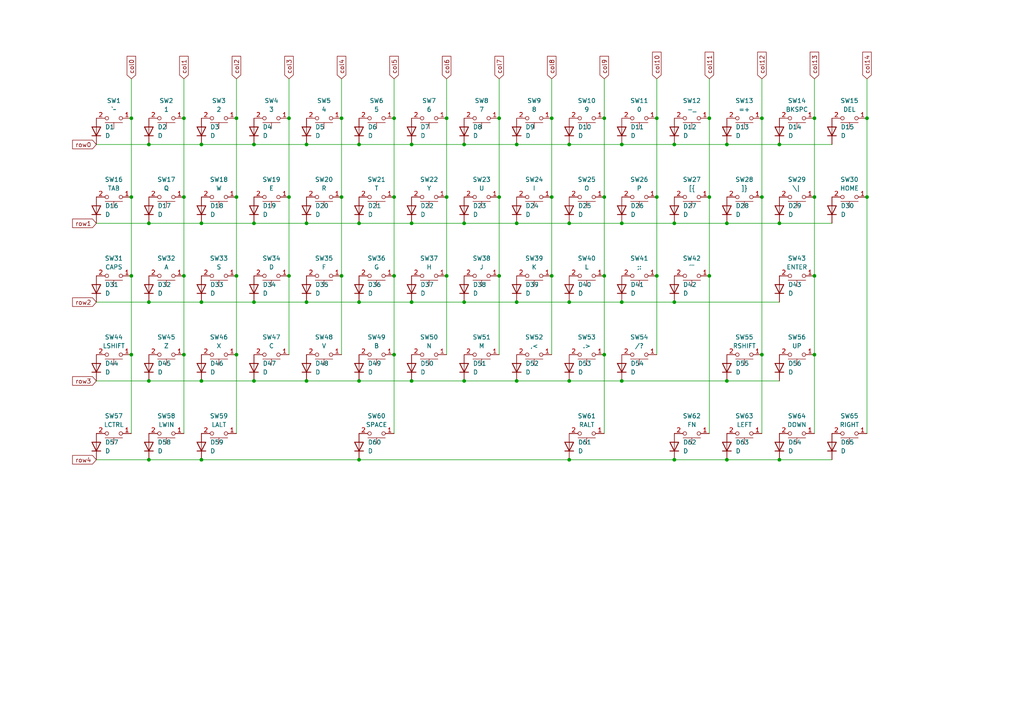
<source format=kicad_sch>
(kicad_sch (version 20211123) (generator eeschema)
  (paper "A4")
  (lib_symbols
    (symbol "Device:D" (pin_numbers hide) (pin_names (offset 1.016) hide)
      (property "Reference" "D" (at 0 2.54 0))
      (property "Value" "D" (at 0 -2.54 0))
      (symbol "D_0_1"
        (polyline (pts (xy -1.27 1.27) (xy -1.27 -1.27)) (stroke (width 0.254)))
        (polyline (pts (xy 1.27 0) (xy -1.27 0)))
        (polyline (pts (xy 1.27 1.27) (xy 1.27 -1.27) (xy -1.27 0) (xy 1.27 1.27)) (stroke (width 0.254)))
      )
      (symbol "D_1_1"
        (pin passive line (at -3.81 0 0) (length 2.54) (name "K") (number "1"))
        (pin passive line (at 3.81 0 180) (length 2.54) (name "A") (number "2"))
      )
    )
    (symbol "Switch:SW_Push" (pin_names (offset 1.016) hide)
      (property "Reference" "SW" (at 1.27 2.54 0))
      (property "Value" "SW_Push" (at 0 -1.524 0))
      (symbol "SW_Push_0_1"
        (circle (center -2.032 0) (radius 0.508))
        (polyline (pts (xy 0 1.27) (xy 0 3.048)))
        (polyline (pts (xy 2.54 1.27) (xy -2.54 1.27)))
        (circle (center 2.032 0) (radius 0.508))
        (pin passive line (at -5.08 0 0) (length 2.54) (name "1") (number "1"))
        (pin passive line (at 5.08 0 180) (length 2.54) (name "2") (number "2"))
      )
    )
  )
  (junction (at 175.26 34.29))
  (junction (at 160.02 80.01))
  (junction (at 134.62 110.49))
  (junction (at 180.34 64.77))
  (junction (at 210.82 64.77))
  (junction (at 88.9 110.49))
  (junction (at 38.1 57.15))
  (junction (at 38.1 34.29))
  (junction (at 104.14 110.49))
  (junction (at 165.1 133.35))
  (junction (at 43.18 41.91))
  (junction (at 83.82 34.29))
  (junction (at 236.22 80.01))
  (junction (at 68.58 80.01))
  (junction (at 165.1 41.91))
  (junction (at 114.3 34.29))
  (junction (at 190.5 34.29))
  (junction (at 220.98 102.87))
  (junction (at 236.22 57.15))
  (junction (at 205.74 34.29))
  (junction (at 73.66 41.91))
  (junction (at 149.86 41.91))
  (junction (at 99.06 80.01))
  (junction (at 73.66 64.77))
  (junction (at 149.86 64.77))
  (junction (at 53.34 57.15))
  (junction (at 175.26 102.87))
  (junction (at 88.9 87.63))
  (junction (at 180.34 87.63))
  (junction (at 53.34 102.87))
  (junction (at 165.1 110.49))
  (junction (at 175.26 57.15))
  (junction (at 88.9 64.77))
  (junction (at 119.38 110.49))
  (junction (at 83.82 80.01))
  (junction (at 190.5 80.01))
  (junction (at 195.58 87.63))
  (junction (at 236.22 34.29))
  (junction (at 38.1 80.01))
  (junction (at 58.42 133.35))
  (junction (at 114.3 57.15))
  (junction (at 58.42 41.91))
  (junction (at 68.58 57.15))
  (junction (at 104.14 87.63))
  (junction (at 160.02 57.15))
  (junction (at 149.86 87.63))
  (junction (at 195.58 64.77))
  (junction (at 220.98 57.15))
  (junction (at 119.38 64.77))
  (junction (at 160.02 34.29))
  (junction (at 226.06 41.91))
  (junction (at 68.58 34.29))
  (junction (at 220.98 34.29))
  (junction (at 43.18 64.77))
  (junction (at 251.46 34.29))
  (junction (at 99.06 57.15))
  (junction (at 73.66 110.49))
  (junction (at 43.18 87.63))
  (junction (at 114.3 102.87))
  (junction (at 38.1 102.87))
  (junction (at 251.46 57.15))
  (junction (at 144.78 80.01))
  (junction (at 144.78 34.29))
  (junction (at 53.34 80.01))
  (junction (at 180.34 41.91))
  (junction (at 58.42 110.49))
  (junction (at 119.38 87.63))
  (junction (at 99.06 34.29))
  (junction (at 175.26 80.01))
  (junction (at 53.34 34.29))
  (junction (at 104.14 64.77))
  (junction (at 210.82 41.91))
  (junction (at 104.14 133.35))
  (junction (at 205.74 80.01))
  (junction (at 180.34 110.49))
  (junction (at 129.54 80.01))
  (junction (at 114.3 80.01))
  (junction (at 210.82 110.49))
  (junction (at 190.5 57.15))
  (junction (at 144.78 57.15))
  (junction (at 88.9 41.91))
  (junction (at 129.54 57.15))
  (junction (at 43.18 133.35))
  (junction (at 226.06 133.35))
  (junction (at 226.06 64.77))
  (junction (at 68.58 102.87))
  (junction (at 210.82 133.35))
  (junction (at 58.42 87.63))
  (junction (at 205.74 57.15))
  (junction (at 236.22 102.87))
  (junction (at 83.82 57.15))
  (junction (at 134.62 41.91))
  (junction (at 104.14 41.91))
  (junction (at 195.58 133.35))
  (junction (at 165.1 87.63))
  (junction (at 73.66 87.63))
  (junction (at 165.1 64.77))
  (junction (at 134.62 87.63))
  (junction (at 43.18 110.49))
  (junction (at 195.58 41.91))
  (junction (at 119.38 41.91))
  (junction (at 149.86 110.49))
  (junction (at 134.62 64.77))
  (junction (at 129.54 34.29))
  (junction (at 58.42 64.77))
  (wire (pts (xy 134.62 64.77) (xy 149.86 64.77)))
  (wire (pts (xy 68.58 34.29) (xy 68.58 57.15)))
  (wire (pts (xy 205.74 57.15) (xy 205.74 80.01)))
  (wire (pts (xy 119.38 41.91) (xy 134.62 41.91)))
  (wire (pts (xy 104.14 41.91) (xy 119.38 41.91)))
  (wire (pts (xy 27.94 41.91) (xy 43.18 41.91)))
  (wire (pts (xy 165.1 41.91) (xy 180.34 41.91)))
  (wire (pts (xy 195.58 41.91) (xy 210.82 41.91)))
  (wire (pts (xy 83.82 34.29) (xy 83.82 57.15)))
  (wire (pts (xy 53.34 102.87) (xy 53.34 125.73)))
  (wire (pts (xy 160.02 22.86) (xy 160.02 34.29)))
  (wire (pts (xy 226.06 64.77) (xy 241.3 64.77)))
  (wire (pts (xy 43.18 110.49) (xy 58.42 110.49)))
  (wire (pts (xy 99.06 22.86) (xy 99.06 34.29)))
  (wire (pts (xy 119.38 87.63) (xy 134.62 87.63)))
  (wire (pts (xy 190.5 80.01) (xy 190.5 102.87)))
  (wire (pts (xy 195.58 87.63) (xy 226.06 87.63)))
  (wire (pts (xy 165.1 133.35) (xy 195.58 133.35)))
  (wire (pts (xy 149.86 64.77) (xy 165.1 64.77)))
  (wire (pts (xy 149.86 87.63) (xy 165.1 87.63)))
  (wire (pts (xy 68.58 22.86) (xy 68.58 34.29)))
  (wire (pts (xy 114.3 80.01) (xy 114.3 102.87)))
  (wire (pts (xy 195.58 64.77) (xy 210.82 64.77)))
  (wire (pts (xy 43.18 64.77) (xy 58.42 64.77)))
  (wire (pts (xy 43.18 87.63) (xy 58.42 87.63)))
  (wire (pts (xy 149.86 41.91) (xy 165.1 41.91)))
  (wire (pts (xy 160.02 80.01) (xy 160.02 102.87)))
  (wire (pts (xy 27.94 87.63) (xy 43.18 87.63)))
  (wire (pts (xy 210.82 110.49) (xy 226.06 110.49)))
  (wire (pts (xy 251.46 57.15) (xy 251.46 125.73)))
  (wire (pts (xy 99.06 57.15) (xy 99.06 80.01)))
  (wire (pts (xy 175.26 80.01) (xy 175.26 102.87)))
  (wire (pts (xy 160.02 57.15) (xy 160.02 80.01)))
  (wire (pts (xy 73.66 110.49) (xy 88.9 110.49)))
  (wire (pts (xy 180.34 87.63) (xy 195.58 87.63)))
  (wire (pts (xy 119.38 64.77) (xy 134.62 64.77)))
  (wire (pts (xy 58.42 87.63) (xy 73.66 87.63)))
  (wire (pts (xy 53.34 22.86) (xy 53.34 34.29)))
  (wire (pts (xy 88.9 64.77) (xy 104.14 64.77)))
  (wire (pts (xy 190.5 22.86) (xy 190.5 34.29)))
  (wire (pts (xy 175.26 102.87) (xy 175.26 125.73)))
  (wire (pts (xy 175.26 34.29) (xy 175.26 57.15)))
  (wire (pts (xy 73.66 64.77) (xy 88.9 64.77)))
  (wire (pts (xy 134.62 41.91) (xy 149.86 41.91)))
  (wire (pts (xy 88.9 41.91) (xy 104.14 41.91)))
  (wire (pts (xy 58.42 110.49) (xy 73.66 110.49)))
  (wire (pts (xy 251.46 22.86) (xy 251.46 34.29)))
  (wire (pts (xy 38.1 102.87) (xy 38.1 125.73)))
  (wire (pts (xy 83.82 80.01) (xy 83.82 102.87)))
  (wire (pts (xy 144.78 22.86) (xy 144.78 34.29)))
  (wire (pts (xy 68.58 102.87) (xy 68.58 125.73)))
  (wire (pts (xy 190.5 34.29) (xy 190.5 57.15)))
  (wire (pts (xy 38.1 80.01) (xy 38.1 102.87)))
  (wire (pts (xy 73.66 87.63) (xy 88.9 87.63)))
  (wire (pts (xy 43.18 41.91) (xy 58.42 41.91)))
  (wire (pts (xy 73.66 41.91) (xy 88.9 41.91)))
  (wire (pts (xy 210.82 133.35) (xy 226.06 133.35)))
  (wire (pts (xy 114.3 57.15) (xy 114.3 80.01)))
  (wire (pts (xy 53.34 34.29) (xy 53.34 57.15)))
  (wire (pts (xy 205.74 22.86) (xy 205.74 34.29)))
  (wire (pts (xy 27.94 64.77) (xy 43.18 64.77)))
  (wire (pts (xy 58.42 64.77) (xy 73.66 64.77)))
  (wire (pts (xy 144.78 80.01) (xy 144.78 102.87)))
  (wire (pts (xy 149.86 110.49) (xy 165.1 110.49)))
  (wire (pts (xy 53.34 80.01) (xy 53.34 102.87)))
  (wire (pts (xy 180.34 41.91) (xy 195.58 41.91)))
  (wire (pts (xy 38.1 22.86) (xy 38.1 34.29)))
  (wire (pts (xy 160.02 34.29) (xy 160.02 57.15)))
  (wire (pts (xy 236.22 80.01) (xy 236.22 102.87)))
  (wire (pts (xy 180.34 110.49) (xy 210.82 110.49)))
  (wire (pts (xy 144.78 34.29) (xy 144.78 57.15)))
  (wire (pts (xy 195.58 133.35) (xy 210.82 133.35)))
  (wire (pts (xy 175.26 57.15) (xy 175.26 80.01)))
  (wire (pts (xy 236.22 57.15) (xy 236.22 80.01)))
  (wire (pts (xy 251.46 34.29) (xy 251.46 57.15)))
  (wire (pts (xy 88.9 110.49) (xy 104.14 110.49)))
  (wire (pts (xy 180.34 64.77) (xy 195.58 64.77)))
  (wire (pts (xy 226.06 41.91) (xy 241.3 41.91)))
  (wire (pts (xy 43.18 133.35) (xy 58.42 133.35)))
  (wire (pts (xy 104.14 110.49) (xy 119.38 110.49)))
  (wire (pts (xy 38.1 34.29) (xy 38.1 57.15)))
  (wire (pts (xy 165.1 110.49) (xy 180.34 110.49)))
  (wire (pts (xy 129.54 57.15) (xy 129.54 80.01)))
  (wire (pts (xy 210.82 41.91) (xy 226.06 41.91)))
  (wire (pts (xy 27.94 133.35) (xy 43.18 133.35)))
  (wire (pts (xy 236.22 22.86) (xy 236.22 34.29)))
  (wire (pts (xy 88.9 87.63) (xy 104.14 87.63)))
  (wire (pts (xy 134.62 110.49) (xy 149.86 110.49)))
  (wire (pts (xy 68.58 80.01) (xy 68.58 102.87)))
  (wire (pts (xy 38.1 57.15) (xy 38.1 80.01)))
  (wire (pts (xy 114.3 102.87) (xy 114.3 125.73)))
  (wire (pts (xy 205.74 80.01) (xy 205.74 125.73)))
  (wire (pts (xy 175.26 22.86) (xy 175.26 34.29)))
  (wire (pts (xy 205.74 34.29) (xy 205.74 57.15)))
  (wire (pts (xy 236.22 102.87) (xy 236.22 125.73)))
  (wire (pts (xy 104.14 133.35) (xy 165.1 133.35)))
  (wire (pts (xy 104.14 87.63) (xy 119.38 87.63)))
  (wire (pts (xy 134.62 87.63) (xy 149.86 87.63)))
  (wire (pts (xy 220.98 34.29) (xy 220.98 57.15)))
  (wire (pts (xy 129.54 80.01) (xy 129.54 102.87)))
  (wire (pts (xy 165.1 87.63) (xy 180.34 87.63)))
  (wire (pts (xy 114.3 22.86) (xy 114.3 34.29)))
  (wire (pts (xy 190.5 57.15) (xy 190.5 80.01)))
  (wire (pts (xy 226.06 133.35) (xy 241.3 133.35)))
  (wire (pts (xy 220.98 57.15) (xy 220.98 102.87)))
  (wire (pts (xy 58.42 41.91) (xy 73.66 41.91)))
  (wire (pts (xy 68.58 57.15) (xy 68.58 80.01)))
  (wire (pts (xy 220.98 102.87) (xy 220.98 125.73)))
  (wire (pts (xy 144.78 57.15) (xy 144.78 80.01)))
  (wire (pts (xy 129.54 34.29) (xy 129.54 57.15)))
  (wire (pts (xy 165.1 64.77) (xy 180.34 64.77)))
  (wire (pts (xy 53.34 57.15) (xy 53.34 80.01)))
  (wire (pts (xy 236.22 34.29) (xy 236.22 57.15)))
  (wire (pts (xy 220.98 22.86) (xy 220.98 34.29)))
  (wire (pts (xy 27.94 110.49) (xy 43.18 110.49)))
  (wire (pts (xy 114.3 34.29) (xy 114.3 57.15)))
  (wire (pts (xy 99.06 80.01) (xy 99.06 102.87)))
  (wire (pts (xy 58.42 133.35) (xy 104.14 133.35)))
  (wire (pts (xy 83.82 57.15) (xy 83.82 80.01)))
  (wire (pts (xy 99.06 34.29) (xy 99.06 57.15)))
  (wire (pts (xy 83.82 22.86) (xy 83.82 34.29)))
  (wire (pts (xy 129.54 22.86) (xy 129.54 34.29)))
  (wire (pts (xy 119.38 110.49) (xy 134.62 110.49)))
  (wire (pts (xy 210.82 64.77) (xy 226.06 64.77)))
  (wire (pts (xy 104.14 64.77) (xy 119.38 64.77)))
  (global_label "col12" (shape input) (at 220.98 22.86 90) (property "Intersheet References" "${INTERSHEET_REFS}" (effects hide)))
  (global_label "row4" (shape input) (at 27.94 133.35 180) (property "Intersheet References" "${INTERSHEET_REFS}" (effects hide)))
  (global_label "row2" (shape input) (at 27.94 87.63 180) (property "Intersheet References" "${INTERSHEET_REFS}" (effects hide)))
  (global_label "col7" (shape input) (at 144.78 22.86 90) (property "Intersheet References" "${INTERSHEET_REFS}" (effects hide)))
  (global_label "row1" (shape input) (at 27.94 64.77 180) (property "Intersheet References" "${INTERSHEET_REFS}" (effects hide)))
  (global_label "col3" (shape input) (at 83.82 22.86 90) (property "Intersheet References" "${INTERSHEET_REFS}" (effects hide)))
  (global_label "col1" (shape input) (at 53.34 22.86 90) (property "Intersheet References" "${INTERSHEET_REFS}" (effects hide)))
  (global_label "col10" (shape input) (at 190.5 22.86 90) (property "Intersheet References" "${INTERSHEET_REFS}" (effects hide)))
  (global_label "row0" (shape input) (at 27.94 41.91 180) (property "Intersheet References" "${INTERSHEET_REFS}" (effects hide)))
  (global_label "col0" (shape input) (at 38.1 22.86 90) (property "Intersheet References" "${INTERSHEET_REFS}" (effects hide)))
  (global_label "col14" (shape input) (at 251.46 22.86 90) (property "Intersheet References" "${INTERSHEET_REFS}" (effects hide)))
  (global_label "col4" (shape input) (at 99.06 22.86 90) (property "Intersheet References" "${INTERSHEET_REFS}" (effects hide)))
  (global_label "row3" (shape input) (at 27.94 110.49 180) (property "Intersheet References" "${INTERSHEET_REFS}" (effects hide)))
  (global_label "col2" (shape input) (at 68.58 22.86 90) (property "Intersheet References" "${INTERSHEET_REFS}" (effects hide)))
  (global_label "col8" (shape input) (at 160.02 22.86 90) (property "Intersheet References" "${INTERSHEET_REFS}" (effects hide)))
  (global_label "col9" (shape input) (at 175.26 22.86 90) (property "Intersheet References" "${INTERSHEET_REFS}" (effects hide)))
  (global_label "col13" (shape input) (at 236.22 22.86 90) (property "Intersheet References" "${INTERSHEET_REFS}" (effects hide)))
  (global_label "col5" (shape input) (at 114.3 22.86 90) (property "Intersheet References" "${INTERSHEET_REFS}" (effects hide)))
  (global_label "col6" (shape input) (at 129.54 22.86 90) (property "Intersheet References" "${INTERSHEET_REFS}" (effects hide)))
  (global_label "col11" (shape input) (at 205.74 22.86 90) (property "Intersheet References" "${INTERSHEET_REFS}" (effects hide)))
  (symbol (lib_id "Device:D") (at 210.82 38.1 90) (unit 1)
    (property "Reference" "D13" (at 213.36 36.8299 90) (effects (justify right)))
    (property "Value" "D" (at 213.36 39.3699 90) (effects (justify right)))
    (property "Footprint" "Diode_SMD:D_SOD-123" (effects hide))
  )
  (symbol (lib_id "Device:D") (at 195.58 38.1 90) (unit 1)
    (property "Reference" "D12" (at 198.12 36.8299 90) (effects (justify right)))
    (property "Value" "D" (at 198.12 39.3699 90) (effects (justify right)))
    (property "Footprint" "Diode_SMD:D_SOD-123" (effects hide))
  )
  (symbol (lib_id "Switch:SW_Push") (at 63.5 125.73 180) (unit 1)
    (property "Reference" "SW59" (at 63.5 120.65 0))
    (property "Value" "LALT" (at 63.5 123.19 0))
    (property "Footprint" "MX_Only:MXOnly-1.25U" (effects hide))
  )
  (symbol (lib_id "Device:D") (at 73.66 38.1 90) (unit 1)
    (property "Reference" "D4" (at 76.2 36.8299 90) (effects (justify right)))
    (property "Value" "D" (at 76.2 39.3699 90) (effects (justify right)))
    (property "Footprint" "Diode_SMD:D_SOD-123" (effects hide))
  )
  (symbol (lib_id "Switch:SW_Push") (at 185.42 34.29 180) (unit 1)
    (property "Reference" "SW11" (at 185.42 29.21 0))
    (property "Value" "0" (at 185.42 31.75 0))
    (property "Footprint" "MX_Only:MXOnly-1U" (effects hide))
  )
  (symbol (lib_id "Device:D") (at 58.42 106.68 90) (unit 1)
    (property "Reference" "D46" (at 60.96 105.4099 90) (effects (justify right)))
    (property "Value" "D" (at 60.96 107.9499 90) (effects (justify right)))
    (property "Footprint" "Diode_SMD:D_SOD-123" (effects hide))
  )
  (symbol (lib_id "Device:D") (at 226.06 106.68 90) (unit 1)
    (property "Reference" "D56" (at 228.6 105.4099 90) (effects (justify right)))
    (property "Value" "D" (at 228.6 107.9499 90) (effects (justify right)))
    (property "Footprint" "Diode_SMD:D_SOD-123" (effects hide))
  )
  (symbol (lib_id "Device:D") (at 119.38 83.82 90) (unit 1)
    (property "Reference" "D37" (at 121.92 82.5499 90) (effects (justify right)))
    (property "Value" "D" (at 121.92 85.0899 90) (effects (justify right)))
    (property "Footprint" "Diode_SMD:D_SOD-123" (effects hide))
  )
  (symbol (lib_id "Switch:SW_Push") (at 124.46 34.29 180) (unit 1)
    (property "Reference" "SW7" (at 124.46 29.21 0))
    (property "Value" "6" (at 124.46 31.75 0))
    (property "Footprint" "MX_Only:MXOnly-1U" (effects hide))
  )
  (symbol (lib_id "Device:D") (at 58.42 83.82 90) (unit 1)
    (property "Reference" "D33" (at 60.96 82.5499 90) (effects (justify right)))
    (property "Value" "D" (at 60.96 85.0899 90) (effects (justify right)))
    (property "Footprint" "Diode_SMD:D_SOD-123" (effects hide))
  )
  (symbol (lib_id "Device:D") (at 134.62 106.68 90) (unit 1)
    (property "Reference" "D51" (at 137.16 105.4099 90) (effects (justify right)))
    (property "Value" "D" (at 137.16 107.9499 90) (effects (justify right)))
    (property "Footprint" "Diode_SMD:D_SOD-123" (effects hide))
  )
  (symbol (lib_id "Device:D") (at 180.34 83.82 90) (unit 1)
    (property "Reference" "D41" (at 182.88 82.5499 90) (effects (justify right)))
    (property "Value" "D" (at 182.88 85.0899 90) (effects (justify right)))
    (property "Footprint" "Diode_SMD:D_SOD-123" (effects hide))
  )
  (symbol (lib_id "Device:D") (at 226.06 83.82 90) (unit 1)
    (property "Reference" "D43" (at 228.6 82.5499 90) (effects (justify right)))
    (property "Value" "D" (at 228.6 85.0899 90) (effects (justify right)))
    (property "Footprint" "Diode_SMD:D_SOD-123" (effects hide))
  )
  (symbol (lib_id "Device:D") (at 104.14 38.1 90) (unit 1)
    (property "Reference" "D6" (at 106.68 36.8299 90) (effects (justify right)))
    (property "Value" "D" (at 106.68 39.3699 90) (effects (justify right)))
    (property "Footprint" "Diode_SMD:D_SOD-123" (effects hide))
  )
  (symbol (lib_id "Switch:SW_Push") (at 109.22 102.87 180) (unit 1)
    (property "Reference" "SW49" (at 109.22 97.79 0))
    (property "Value" "B" (at 109.22 100.33 0))
    (property "Footprint" "MX_Only:MXOnly-1U" (effects hide))
  )
  (symbol (lib_id "Switch:SW_Push") (at 139.7 80.01 180) (unit 1)
    (property "Reference" "SW38" (at 139.7 74.93 0))
    (property "Value" "J" (at 139.7 77.47 0))
    (property "Footprint" "MX_Only:MXOnly-1U" (effects hide))
  )
  (symbol (lib_id "Switch:SW_Push") (at 215.9 57.15 180) (unit 1)
    (property "Reference" "SW28" (at 215.9 52.07 0))
    (property "Value" "]}" (at 215.9 54.61 0))
    (property "Footprint" "MX_Only:MXOnly-1U" (effects hide))
  )
  (symbol (lib_id "Switch:SW_Push") (at 246.38 125.73 180) (unit 1)
    (property "Reference" "SW65" (at 246.38 120.65 0))
    (property "Value" "RIGHT" (at 246.38 123.19 0))
    (property "Footprint" "MX_Only:MXOnly-1U" (effects hide))
  )
  (symbol (lib_id "Device:D") (at 149.86 83.82 90) (unit 1)
    (property "Reference" "D39" (at 152.4 82.5499 90) (effects (justify right)))
    (property "Value" "D" (at 152.4 85.0899 90) (effects (justify right)))
    (property "Footprint" "Diode_SMD:D_SOD-123" (effects hide))
  )
  (symbol (lib_id "Switch:SW_Push") (at 63.5 34.29 180) (unit 1)
    (property "Reference" "SW3" (at 63.5 29.21 0))
    (property "Value" "2" (at 63.5 31.75 0))
    (property "Footprint" "MX_Only:MXOnly-1U" (effects hide))
  )
  (symbol (lib_id "Switch:SW_Push") (at 170.18 57.15 180) (unit 1)
    (property "Reference" "SW25" (at 170.18 52.07 0))
    (property "Value" "O" (at 170.18 54.61 0))
    (property "Footprint" "MX_Only:MXOnly-1U" (effects hide))
  )
  (symbol (lib_id "Device:D") (at 27.94 83.82 90) (unit 1)
    (property "Reference" "D31" (at 30.48 82.5499 90) (effects (justify right)))
    (property "Value" "D" (at 30.48 85.0899 90) (effects (justify right)))
    (property "Footprint" "Diode_SMD:D_SOD-123" (effects hide))
  )
  (symbol (lib_id "Switch:SW_Push") (at 48.26 80.01 180) (unit 1)
    (property "Reference" "SW32" (at 48.26 74.93 0))
    (property "Value" "A" (at 48.26 77.47 0))
    (property "Footprint" "MX_Only:MXOnly-1U" (effects hide))
  )
  (symbol (lib_id "Switch:SW_Push") (at 185.42 57.15 180) (unit 1)
    (property "Reference" "SW26" (at 185.42 52.07 0))
    (property "Value" "P" (at 185.42 54.61 0))
    (property "Footprint" "MX_Only:MXOnly-1U" (effects hide))
  )
  (symbol (lib_id "Device:D") (at 27.94 38.1 90) (unit 1)
    (property "Reference" "D1" (at 30.48 36.8299 90) (effects (justify right)))
    (property "Value" "D" (at 30.48 39.3699 90) (effects (justify right)))
    (property "Footprint" "Diode_SMD:D_SOD-123" (effects hide))
  )
  (symbol (lib_id "Device:D") (at 165.1 83.82 90) (unit 1)
    (property "Reference" "D40" (at 167.64 82.5499 90) (effects (justify right)))
    (property "Value" "D" (at 167.64 85.0899 90) (effects (justify right)))
    (property "Footprint" "Diode_SMD:D_SOD-123" (effects hide))
  )
  (symbol (lib_id "Device:D") (at 195.58 60.96 90) (unit 1)
    (property "Reference" "D27" (at 198.12 59.6899 90) (effects (justify right)))
    (property "Value" "D" (at 198.12 62.2299 90) (effects (justify right)))
    (property "Footprint" "Diode_SMD:D_SOD-123" (effects hide))
  )
  (symbol (lib_id "Device:D") (at 241.3 60.96 90) (unit 1)
    (property "Reference" "D30" (at 243.84 59.6899 90) (effects (justify right)))
    (property "Value" "D" (at 243.84 62.2299 90) (effects (justify right)))
    (property "Footprint" "Diode_SMD:D_SOD-123" (effects hide))
  )
  (symbol (lib_id "Switch:SW_Push") (at 200.66 125.73 180) (unit 1)
    (property "Reference" "SW62" (at 200.66 120.65 0))
    (property "Value" "FN" (at 200.66 123.19 0))
    (property "Footprint" "MX_Only:MXOnly-1.25U" (effects hide))
  )
  (symbol (lib_id "Switch:SW_Push") (at 78.74 80.01 180) (unit 1)
    (property "Reference" "SW34" (at 78.74 74.93 0))
    (property "Value" "D" (at 78.74 77.47 0))
    (property "Footprint" "MX_Only:MXOnly-1U" (effects hide))
  )
  (symbol (lib_id "Device:D") (at 88.9 83.82 90) (unit 1)
    (property "Reference" "D35" (at 91.44 82.5499 90) (effects (justify right)))
    (property "Value" "D" (at 91.44 85.0899 90) (effects (justify right)))
    (property "Footprint" "Diode_SMD:D_SOD-123" (effects hide))
  )
  (symbol (lib_id "Device:D") (at 210.82 106.68 90) (unit 1)
    (property "Reference" "D55" (at 213.36 105.4099 90) (effects (justify right)))
    (property "Value" "D" (at 213.36 107.9499 90) (effects (justify right)))
    (property "Footprint" "Diode_SMD:D_SOD-123" (effects hide))
  )
  (symbol (lib_id "Device:D") (at 180.34 38.1 90) (unit 1)
    (property "Reference" "D11" (at 182.88 36.8299 90) (effects (justify right)))
    (property "Value" "D" (at 182.88 39.3699 90) (effects (justify right)))
    (property "Footprint" "Diode_SMD:D_SOD-123" (effects hide))
  )
  (symbol (lib_id "Device:D") (at 149.86 106.68 90) (unit 1)
    (property "Reference" "D52" (at 152.4 105.4099 90) (effects (justify right)))
    (property "Value" "D" (at 152.4 107.9499 90) (effects (justify right)))
    (property "Footprint" "Diode_SMD:D_SOD-123" (effects hide))
  )
  (symbol (lib_id "Switch:SW_Push") (at 139.7 102.87 180) (unit 1)
    (property "Reference" "SW51" (at 139.7 97.79 0))
    (property "Value" "M" (at 139.7 100.33 0))
    (property "Footprint" "MX_Only:MXOnly-1U" (effects hide))
  )
  (symbol (lib_id "Device:D") (at 73.66 60.96 90) (unit 1)
    (property "Reference" "D19" (at 76.2 59.6899 90) (effects (justify right)))
    (property "Value" "D" (at 76.2 62.2299 90) (effects (justify right)))
    (property "Footprint" "Diode_SMD:D_SOD-123" (effects hide))
  )
  (symbol (lib_id "Device:D") (at 165.1 129.54 90) (unit 1)
    (property "Reference" "D61" (at 167.64 128.2699 90) (effects (justify right)))
    (property "Value" "D" (at 167.64 130.8099 90) (effects (justify right)))
    (property "Footprint" "Diode_SMD:D_SOD-123" (effects hide))
  )
  (symbol (lib_id "Device:D") (at 27.94 60.96 90) (unit 1)
    (property "Reference" "D16" (at 30.48 59.6899 90) (effects (justify right)))
    (property "Value" "D" (at 30.48 62.2299 90) (effects (justify right)))
    (property "Footprint" "Diode_SMD:D_SOD-123" (effects hide))
  )
  (symbol (lib_id "Switch:SW_Push") (at 33.02 102.87 180) (unit 1)
    (property "Reference" "SW44" (at 33.02 97.79 0))
    (property "Value" "LSHIFT" (at 33.02 100.33 0))
    (property "Footprint" "MX_Only:MXOnly-2.25U" (effects hide))
  )
  (symbol (lib_id "Switch:SW_Push") (at 185.42 102.87 180) (unit 1)
    (property "Reference" "SW54" (at 185.42 97.79 0))
    (property "Value" "/?" (at 185.42 100.33 0))
    (property "Footprint" "MX_Only:MXOnly-1U" (effects hide))
  )
  (symbol (lib_id "Switch:SW_Push") (at 124.46 102.87 180) (unit 1)
    (property "Reference" "SW50" (at 124.46 97.79 0))
    (property "Value" "N" (at 124.46 100.33 0))
    (property "Footprint" "MX_Only:MXOnly-1U" (effects hide))
  )
  (symbol (lib_id "Device:D") (at 104.14 83.82 90) (unit 1)
    (property "Reference" "D36" (at 106.68 82.5499 90) (effects (justify right)))
    (property "Value" "D" (at 106.68 85.0899 90) (effects (justify right)))
    (property "Footprint" "Diode_SMD:D_SOD-123" (effects hide))
  )
  (symbol (lib_id "Device:D") (at 27.94 106.68 90) (unit 1)
    (property "Reference" "D44" (at 30.48 105.4099 90) (effects (justify right)))
    (property "Value" "D" (at 30.48 107.9499 90) (effects (justify right)))
    (property "Footprint" "Diode_SMD:D_SOD-123" (effects hide))
  )
  (symbol (lib_id "Device:D") (at 149.86 38.1 90) (unit 1)
    (property "Reference" "D9" (at 152.4 36.8299 90) (effects (justify right)))
    (property "Value" "D" (at 152.4 39.3699 90) (effects (justify right)))
    (property "Footprint" "Diode_SMD:D_SOD-123" (effects hide))
  )
  (symbol (lib_id "Switch:SW_Push") (at 109.22 34.29 180) (unit 1)
    (property "Reference" "SW6" (at 109.22 29.21 0))
    (property "Value" "5" (at 109.22 31.75 0))
    (property "Footprint" "MX_Only:MXOnly-1U" (effects hide))
  )
  (symbol (lib_id "Device:D") (at 73.66 106.68 90) (unit 1)
    (property "Reference" "D47" (at 76.2 105.4099 90) (effects (justify right)))
    (property "Value" "D" (at 76.2 107.9499 90) (effects (justify right)))
    (property "Footprint" "Diode_SMD:D_SOD-123" (effects hide))
  )
  (symbol (lib_id "Device:D") (at 180.34 106.68 90) (unit 1)
    (property "Reference" "D54" (at 182.88 105.4099 90) (effects (justify right)))
    (property "Value" "D" (at 182.88 107.9499 90) (effects (justify right)))
    (property "Footprint" "Diode_SMD:D_SOD-123" (effects hide))
  )
  (symbol (lib_id "Device:D") (at 134.62 38.1 90) (unit 1)
    (property "Reference" "D8" (at 137.16 36.8299 90) (effects (justify right)))
    (property "Value" "D" (at 137.16 39.3699 90) (effects (justify right)))
    (property "Footprint" "Diode_SMD:D_SOD-123" (effects hide))
  )
  (symbol (lib_id "Device:D") (at 226.06 38.1 90) (unit 1)
    (property "Reference" "D14" (at 228.6 36.8299 90) (effects (justify right)))
    (property "Value" "D" (at 228.6 39.3699 90) (effects (justify right)))
    (property "Footprint" "Diode_SMD:D_SOD-123" (effects hide))
  )
  (symbol (lib_id "Device:D") (at 226.06 129.54 90) (unit 1)
    (property "Reference" "D64" (at 228.6 128.2699 90) (effects (justify right)))
    (property "Value" "D" (at 228.6 130.8099 90) (effects (justify right)))
    (property "Footprint" "Diode_SMD:D_SOD-123" (effects hide))
  )
  (symbol (lib_id "Switch:SW_Push") (at 215.9 102.87 180) (unit 1)
    (property "Reference" "SW55" (at 215.9 97.79 0))
    (property "Value" "RSHIFT" (at 215.9 100.33 0))
    (property "Footprint" "MX_Only:MXOnly-1.75U" (effects hide))
  )
  (symbol (lib_id "Device:D") (at 195.58 83.82 90) (unit 1)
    (property "Reference" "D42" (at 198.12 82.5499 90) (effects (justify right)))
    (property "Value" "D" (at 198.12 85.0899 90) (effects (justify right)))
    (property "Footprint" "Diode_SMD:D_SOD-123" (effects hide))
  )
  (symbol (lib_id "Switch:SW_Push") (at 78.74 34.29 180) (unit 1)
    (property "Reference" "SW4" (at 78.74 29.21 0))
    (property "Value" "3" (at 78.74 31.75 0))
    (property "Footprint" "MX_Only:MXOnly-1U" (effects hide))
  )
  (symbol (lib_id "Switch:SW_Push") (at 124.46 57.15 180) (unit 1)
    (property "Reference" "SW22" (at 124.46 52.07 0))
    (property "Value" "Y" (at 124.46 54.61 0))
    (property "Footprint" "MX_Only:MXOnly-1U" (effects hide))
  )
  (symbol (lib_id "Switch:SW_Push") (at 154.94 102.87 180) (unit 1)
    (property "Reference" "SW52" (at 154.94 97.79 0))
    (property "Value" ",<" (at 154.94 100.33 0))
    (property "Footprint" "MX_Only:MXOnly-1U" (effects hide))
  )
  (symbol (lib_id "Switch:SW_Push") (at 109.22 80.01 180) (unit 1)
    (property "Reference" "SW36" (at 109.22 74.93 0))
    (property "Value" "G" (at 109.22 77.47 0))
    (property "Footprint" "MX_Only:MXOnly-1U" (effects hide))
  )
  (symbol (lib_id "Switch:SW_Push") (at 48.26 102.87 180) (unit 1)
    (property "Reference" "SW45" (at 48.26 97.79 0))
    (property "Value" "Z" (at 48.26 100.33 0))
    (property "Footprint" "MX_Only:MXOnly-1U" (effects hide))
  )
  (symbol (lib_id "Switch:SW_Push") (at 200.66 57.15 180) (unit 1)
    (property "Reference" "SW27" (at 200.66 52.07 0))
    (property "Value" "[{" (at 200.66 54.61 0))
    (property "Footprint" "MX_Only:MXOnly-1U" (effects hide))
  )
  (symbol (lib_id "Switch:SW_Push") (at 93.98 80.01 180) (unit 1)
    (property "Reference" "SW35" (at 93.98 74.93 0))
    (property "Value" "F" (at 93.98 77.47 0))
    (property "Footprint" "MX_Only:MXOnly-1U" (effects hide))
  )
  (symbol (lib_id "Switch:SW_Push") (at 48.26 125.73 180) (unit 1)
    (property "Reference" "SW58" (at 48.26 120.65 0))
    (property "Value" "LWIN" (at 48.26 123.19 0))
    (property "Footprint" "MX_Only:MXOnly-1.25U" (effects hide))
  )
  (symbol (lib_id "Switch:SW_Push") (at 215.9 34.29 180) (unit 1)
    (property "Reference" "SW13" (at 215.9 29.21 0))
    (property "Value" "=+" (at 215.9 31.75 0))
    (property "Footprint" "MX_Only:MXOnly-1U" (effects hide))
  )
  (symbol (lib_id "Switch:SW_Push") (at 170.18 34.29 180) (unit 1)
    (property "Reference" "SW10" (at 170.18 29.21 0))
    (property "Value" "9" (at 170.18 31.75 0))
    (property "Footprint" "MX_Only:MXOnly-1U" (effects hide))
  )
  (symbol (lib_id "Switch:SW_Push") (at 33.02 57.15 180) (unit 1)
    (property "Reference" "SW16" (at 33.02 52.07 0))
    (property "Value" "TAB" (at 33.02 54.61 0))
    (property "Footprint" "MX_Only:MXOnly-1.5U" (effects hide))
  )
  (symbol (lib_id "Switch:SW_Push") (at 246.38 57.15 180) (unit 1)
    (property "Reference" "SW30" (at 246.38 52.07 0))
    (property "Value" "HOME" (at 246.38 54.61 0))
    (property "Footprint" "MX_Only:MXOnly-1U" (effects hide))
  )
  (symbol (lib_id "Device:D") (at 88.9 106.68 90) (unit 1)
    (property "Reference" "D48" (at 91.44 105.4099 90) (effects (justify right)))
    (property "Value" "D" (at 91.44 107.9499 90) (effects (justify right)))
    (property "Footprint" "Diode_SMD:D_SOD-123" (effects hide))
  )
  (symbol (lib_id "Switch:SW_Push") (at 154.94 34.29 180) (unit 1)
    (property "Reference" "SW9" (at 154.94 29.21 0))
    (property "Value" "8" (at 154.94 31.75 0))
    (property "Footprint" "MX_Only:MXOnly-1U" (effects hide))
  )
  (symbol (lib_id "Switch:SW_Push") (at 215.9 125.73 180) (unit 1)
    (property "Reference" "SW63" (at 215.9 120.65 0))
    (property "Value" "LEFT" (at 215.9 123.19 0))
    (property "Footprint" "MX_Only:MXOnly-1U" (effects hide))
  )
  (symbol (lib_id "Device:D") (at 58.42 38.1 90) (unit 1)
    (property "Reference" "D3" (at 60.96 36.8299 90) (effects (justify right)))
    (property "Value" "D" (at 60.96 39.3699 90) (effects (justify right)))
    (property "Footprint" "Diode_SMD:D_SOD-123" (effects hide))
  )
  (symbol (lib_id "Device:D") (at 43.18 129.54 90) (unit 1)
    (property "Reference" "D58" (at 45.72 128.2699 90) (effects (justify right)))
    (property "Value" "D" (at 45.72 130.8099 90) (effects (justify right)))
    (property "Footprint" "Diode_SMD:D_SOD-123" (effects hide))
  )
  (symbol (lib_id "Device:D") (at 241.3 38.1 90) (unit 1)
    (property "Reference" "D15" (at 243.84 36.8299 90) (effects (justify right)))
    (property "Value" "D" (at 243.84 39.3699 90) (effects (justify right)))
    (property "Footprint" "Diode_SMD:D_SOD-123" (effects hide))
  )
  (symbol (lib_id "Switch:SW_Push") (at 200.66 34.29 180) (unit 1)
    (property "Reference" "SW12" (at 200.66 29.21 0))
    (property "Value" "-_" (at 200.66 31.75 0))
    (property "Footprint" "MX_Only:MXOnly-1U" (effects hide))
  )
  (symbol (lib_id "Switch:SW_Push") (at 154.94 80.01 180) (unit 1)
    (property "Reference" "SW39" (at 154.94 74.93 0))
    (property "Value" "K" (at 154.94 77.47 0))
    (property "Footprint" "MX_Only:MXOnly-1U" (effects hide))
  )
  (symbol (lib_id "Switch:SW_Push") (at 33.02 125.73 180) (unit 1)
    (property "Reference" "SW57" (at 33.02 120.65 0))
    (property "Value" "LCTRL" (at 33.02 123.19 0))
    (property "Footprint" "MX_Only:MXOnly-1.25U" (effects hide))
  )
  (symbol (lib_id "Device:D") (at 104.14 60.96 90) (unit 1)
    (property "Reference" "D21" (at 106.68 59.6899 90) (effects (justify right)))
    (property "Value" "D" (at 106.68 62.2299 90) (effects (justify right)))
    (property "Footprint" "Diode_SMD:D_SOD-123" (effects hide))
  )
  (symbol (lib_id "Switch:SW_Push") (at 63.5 80.01 180) (unit 1)
    (property "Reference" "SW33" (at 63.5 74.93 0))
    (property "Value" "S" (at 63.5 77.47 0))
    (property "Footprint" "MX_Only:MXOnly-1U" (effects hide))
  )
  (symbol (lib_id "Switch:SW_Push") (at 170.18 80.01 180) (unit 1)
    (property "Reference" "SW40" (at 170.18 74.93 0))
    (property "Value" "L" (at 170.18 77.47 0))
    (property "Footprint" "MX_Only:MXOnly-1U" (effects hide))
  )
  (symbol (lib_id "Switch:SW_Push") (at 78.74 102.87 180) (unit 1)
    (property "Reference" "SW47" (at 78.74 97.79 0))
    (property "Value" "C" (at 78.74 100.33 0))
    (property "Footprint" "MX_Only:MXOnly-1U" (effects hide))
  )
  (symbol (lib_id "Device:D") (at 165.1 38.1 90) (unit 1)
    (property "Reference" "D10" (at 167.64 36.8299 90) (effects (justify right)))
    (property "Value" "D" (at 167.64 39.3699 90) (effects (justify right)))
    (property "Footprint" "Diode_SMD:D_SOD-123" (effects hide))
  )
  (symbol (lib_id "Device:D") (at 43.18 83.82 90) (unit 1)
    (property "Reference" "D32" (at 45.72 82.5499 90) (effects (justify right)))
    (property "Value" "D" (at 45.72 85.0899 90) (effects (justify right)))
    (property "Footprint" "Diode_SMD:D_SOD-123" (effects hide))
  )
  (symbol (lib_id "Device:D") (at 226.06 60.96 90) (unit 1)
    (property "Reference" "D29" (at 228.6 59.6899 90) (effects (justify right)))
    (property "Value" "D" (at 228.6 62.2299 90) (effects (justify right)))
    (property "Footprint" "Diode_SMD:D_SOD-123" (effects hide))
  )
  (symbol (lib_id "Device:D") (at 43.18 60.96 90) (unit 1)
    (property "Reference" "D17" (at 45.72 59.6899 90) (effects (justify right)))
    (property "Value" "D" (at 45.72 62.2299 90) (effects (justify right)))
    (property "Footprint" "Diode_SMD:D_SOD-123" (effects hide))
  )
  (symbol (lib_id "Switch:SW_Push") (at 200.66 80.01 180) (unit 1)
    (property "Reference" "SW42" (at 200.66 74.93 0))
    (property "Value" "'\"" (at 200.66 77.47 0))
    (property "Footprint" "MX_Only:MXOnly-1U" (effects hide))
  )
  (symbol (lib_id "Switch:SW_Push") (at 33.02 34.29 180) (unit 1)
    (property "Reference" "SW1" (at 33.02 29.21 0))
    (property "Value" "`~" (at 33.02 31.75 0))
    (property "Footprint" "MX_Only:MXOnly-1U" (effects hide))
  )
  (symbol (lib_id "Device:D") (at 73.66 83.82 90) (unit 1)
    (property "Reference" "D34" (at 76.2 82.5499 90) (effects (justify right)))
    (property "Value" "D" (at 76.2 85.0899 90) (effects (justify right)))
    (property "Footprint" "Diode_SMD:D_SOD-123" (effects hide))
  )
  (symbol (lib_id "Switch:SW_Push") (at 93.98 57.15 180) (unit 1)
    (property "Reference" "SW20" (at 93.98 52.07 0))
    (property "Value" "R" (at 93.98 54.61 0))
    (property "Footprint" "MX_Only:MXOnly-1U" (effects hide))
  )
  (symbol (lib_id "Device:D") (at 165.1 106.68 90) (unit 1)
    (property "Reference" "D53" (at 167.64 105.4099 90) (effects (justify right)))
    (property "Value" "D" (at 167.64 107.9499 90) (effects (justify right)))
    (property "Footprint" "Diode_SMD:D_SOD-123" (effects hide))
  )
  (symbol (lib_id "Device:D") (at 104.14 129.54 90) (unit 1)
    (property "Reference" "D60" (at 106.68 128.2699 90) (effects (justify right)))
    (property "Value" "D" (at 106.68 130.8099 90) (effects (justify right)))
    (property "Footprint" "Diode_SMD:D_SOD-123" (effects hide))
  )
  (symbol (lib_id "Device:D") (at 88.9 38.1 90) (unit 1)
    (property "Reference" "D5" (at 91.44 36.8299 90) (effects (justify right)))
    (property "Value" "D" (at 91.44 39.3699 90) (effects (justify right)))
    (property "Footprint" "Diode_SMD:D_SOD-123" (effects hide))
  )
  (symbol (lib_id "Switch:SW_Push") (at 139.7 34.29 180) (unit 1)
    (property "Reference" "SW8" (at 139.7 29.21 0))
    (property "Value" "7" (at 139.7 31.75 0))
    (property "Footprint" "MX_Only:MXOnly-1U" (effects hide))
  )
  (symbol (lib_id "Switch:SW_Push") (at 48.26 57.15 180) (unit 1)
    (property "Reference" "SW17" (at 48.26 52.07 0))
    (property "Value" "Q" (at 48.26 54.61 0))
    (property "Footprint" "MX_Only:MXOnly-1U" (effects hide))
  )
  (symbol (lib_id "Device:D") (at 210.82 129.54 90) (unit 1)
    (property "Reference" "D63" (at 213.36 128.2699 90) (effects (justify right)))
    (property "Value" "D" (at 213.36 130.8099 90) (effects (justify right)))
    (property "Footprint" "Diode_SMD:D_SOD-123" (effects hide))
  )
  (symbol (lib_id "Device:D") (at 134.62 83.82 90) (unit 1)
    (property "Reference" "D38" (at 137.16 82.5499 90) (effects (justify right)))
    (property "Value" "D" (at 137.16 85.0899 90) (effects (justify right)))
    (property "Footprint" "Diode_SMD:D_SOD-123" (effects hide))
  )
  (symbol (lib_id "Device:D") (at 241.3 129.54 90) (unit 1)
    (property "Reference" "D65" (at 243.84 128.2699 90) (effects (justify right)))
    (property "Value" "D" (at 243.84 130.8099 90) (effects (justify right)))
    (property "Footprint" "Diode_SMD:D_SOD-123" (effects hide))
  )
  (symbol (lib_id "Switch:SW_Push") (at 231.14 102.87 180) (unit 1)
    (property "Reference" "SW56" (at 231.14 97.79 0))
    (property "Value" "UP" (at 231.14 100.33 0))
    (property "Footprint" "MX_Only:MXOnly-1U" (effects hide))
  )
  (symbol (lib_id "Device:D") (at 58.42 129.54 90) (unit 1)
    (property "Reference" "D59" (at 60.96 128.2699 90) (effects (justify right)))
    (property "Value" "D" (at 60.96 130.8099 90) (effects (justify right)))
    (property "Footprint" "Diode_SMD:D_SOD-123" (effects hide))
  )
  (symbol (lib_id "Device:D") (at 58.42 60.96 90) (unit 1)
    (property "Reference" "D18" (at 60.96 59.6899 90) (effects (justify right)))
    (property "Value" "D" (at 60.96 62.2299 90) (effects (justify right)))
    (property "Footprint" "Diode_SMD:D_SOD-123" (effects hide))
  )
  (symbol (lib_id "Switch:SW_Push") (at 78.74 57.15 180) (unit 1)
    (property "Reference" "SW19" (at 78.74 52.07 0))
    (property "Value" "E" (at 78.74 54.61 0))
    (property "Footprint" "MX_Only:MXOnly-1U" (effects hide))
  )
  (symbol (lib_id "Switch:SW_Push") (at 109.22 125.73 180) (unit 1)
    (property "Reference" "SW60" (at 109.22 120.65 0))
    (property "Value" "SPACE" (at 109.22 123.19 0))
    (property "Footprint" "MX_Only:MXOnly-6.25U-ReversedStabilizers" (effects hide))
  )
  (symbol (lib_id "Device:D") (at 165.1 60.96 90) (unit 1)
    (property "Reference" "D25" (at 167.64 59.6899 90) (effects (justify right)))
    (property "Value" "D" (at 167.64 62.2299 90) (effects (justify right)))
    (property "Footprint" "Diode_SMD:D_SOD-123" (effects hide))
  )
  (symbol (lib_id "Switch:SW_Push") (at 124.46 80.01 180) (unit 1)
    (property "Reference" "SW37" (at 124.46 74.93 0))
    (property "Value" "H" (at 124.46 77.47 0))
    (property "Footprint" "MX_Only:MXOnly-1U" (effects hide))
  )
  (symbol (lib_id "Switch:SW_Push") (at 231.14 34.29 180) (unit 1)
    (property "Reference" "SW14" (at 231.14 29.21 0))
    (property "Value" "BKSPC" (at 231.14 31.75 0))
    (property "Footprint" "MX_Only:MXOnly-2U" (effects hide))
  )
  (symbol (lib_id "Device:D") (at 104.14 106.68 90) (unit 1)
    (property "Reference" "D49" (at 106.68 105.4099 90) (effects (justify right)))
    (property "Value" "D" (at 106.68 107.9499 90) (effects (justify right)))
    (property "Footprint" "Diode_SMD:D_SOD-123" (effects hide))
  )
  (symbol (lib_id "Switch:SW_Push") (at 246.38 34.29 180) (unit 1)
    (property "Reference" "SW15" (at 246.38 29.21 0))
    (property "Value" "DEL" (at 246.38 31.75 0))
    (property "Footprint" "MX_Only:MXOnly-1U" (effects hide))
  )
  (symbol (lib_id "Device:D") (at 119.38 38.1 90) (unit 1)
    (property "Reference" "D7" (at 121.92 36.8299 90) (effects (justify right)))
    (property "Value" "D" (at 121.92 39.3699 90) (effects (justify right)))
    (property "Footprint" "Diode_SMD:D_SOD-123" (effects hide))
  )
  (symbol (lib_id "Switch:SW_Push") (at 170.18 102.87 180) (unit 1)
    (property "Reference" "SW53" (at 170.18 97.79 0))
    (property "Value" ".>" (at 170.18 100.33 0))
    (property "Footprint" "MX_Only:MXOnly-1U" (effects hide))
  )
  (symbol (lib_id "Device:D") (at 149.86 60.96 90) (unit 1)
    (property "Reference" "D24" (at 152.4 59.6899 90) (effects (justify right)))
    (property "Value" "D" (at 152.4 62.2299 90) (effects (justify right)))
    (property "Footprint" "Diode_SMD:D_SOD-123" (effects hide))
  )
  (symbol (lib_id "Switch:SW_Push") (at 48.26 34.29 180) (unit 1)
    (property "Reference" "SW2" (at 48.26 29.21 0))
    (property "Value" "1" (at 48.26 31.75 0))
    (property "Footprint" "MX_Only:MXOnly-1U" (effects hide))
  )
  (symbol (lib_id "Device:D") (at 88.9 60.96 90) (unit 1)
    (property "Reference" "D20" (at 91.44 59.6899 90) (effects (justify right)))
    (property "Value" "D" (at 91.44 62.2299 90) (effects (justify right)))
    (property "Footprint" "Diode_SMD:D_SOD-123" (effects hide))
  )
  (symbol (lib_id "Device:D") (at 27.94 129.54 90) (unit 1)
    (property "Reference" "D57" (at 30.48 128.2699 90) (effects (justify right)))
    (property "Value" "D" (at 30.48 130.8099 90) (effects (justify right)))
    (property "Footprint" "Diode_SMD:D_SOD-123" (effects hide))
  )
  (symbol (lib_id "Switch:SW_Push") (at 185.42 80.01 180) (unit 1)
    (property "Reference" "SW41" (at 185.42 74.93 0))
    (property "Value" ";:" (at 185.42 77.47 0))
    (property "Footprint" "MX_Only:MXOnly-1U" (effects hide))
  )
  (symbol (lib_id "Device:D") (at 43.18 106.68 90) (unit 1)
    (property "Reference" "D45" (at 45.72 105.4099 90) (effects (justify right)))
    (property "Value" "D" (at 45.72 107.9499 90) (effects (justify right)))
    (property "Footprint" "Diode_SMD:D_SOD-123" (effects hide))
  )
  (symbol (lib_id "Device:D") (at 134.62 60.96 90) (unit 1)
    (property "Reference" "D23" (at 137.16 59.6899 90) (effects (justify right)))
    (property "Value" "D" (at 137.16 62.2299 90) (effects (justify right)))
    (property "Footprint" "Diode_SMD:D_SOD-123" (effects hide))
  )
  (symbol (lib_id "Device:D") (at 195.58 129.54 90) (unit 1)
    (property "Reference" "D62" (at 198.12 128.2699 90) (effects (justify right)))
    (property "Value" "D" (at 198.12 130.8099 90) (effects (justify right)))
    (property "Footprint" "Diode_SMD:D_SOD-123" (effects hide))
  )
  (symbol (lib_id "Device:D") (at 180.34 60.96 90) (unit 1)
    (property "Reference" "D26" (at 182.88 59.6899 90) (effects (justify right)))
    (property "Value" "D" (at 182.88 62.2299 90) (effects (justify right)))
    (property "Footprint" "Diode_SMD:D_SOD-123" (effects hide))
  )
  (symbol (lib_id "Device:D") (at 119.38 60.96 90) (unit 1)
    (property "Reference" "D22" (at 121.92 59.6899 90) (effects (justify right)))
    (property "Value" "D" (at 121.92 62.2299 90) (effects (justify right)))
    (property "Footprint" "Diode_SMD:D_SOD-123" (effects hide))
  )
  (symbol (lib_id "Device:D") (at 43.18 38.1 90) (unit 1)
    (property "Reference" "D2" (at 45.72 36.8299 90) (effects (justify right)))
    (property "Value" "D" (at 45.72 39.3699 90) (effects (justify right)))
    (property "Footprint" "Diode_SMD:D_SOD-123" (effects hide))
  )
  (symbol (lib_id "Switch:SW_Push") (at 170.18 125.73 180) (unit 1)
    (property "Reference" "SW61" (at 170.18 120.65 0))
    (property "Value" "RALT" (at 170.18 123.19 0))
    (property "Footprint" "MX_Only:MXOnly-1.25U" (effects hide))
  )
  (symbol (lib_id "Switch:SW_Push") (at 231.14 80.01 180) (unit 1)
    (property "Reference" "SW43" (at 231.14 74.93 0))
    (property "Value" "ENTER" (at 231.14 77.47 0))
    (property "Footprint" "MX_Only:MXOnly-2.25U" (effects hide))
  )
  (symbol (lib_id "Switch:SW_Push") (at 109.22 57.15 180) (unit 1)
    (property "Reference" "SW21" (at 109.22 52.07 0))
    (property "Value" "T" (at 109.22 54.61 0))
    (property "Footprint" "MX_Only:MXOnly-1U" (effects hide))
  )
  (symbol (lib_id "Device:D") (at 119.38 106.68 90) (unit 1)
    (property "Reference" "D50" (at 121.92 105.4099 90) (effects (justify right)))
    (property "Value" "D" (at 121.92 107.9499 90) (effects (justify right)))
    (property "Footprint" "Diode_SMD:D_SOD-123" (effects hide))
  )
  (symbol (lib_id "Switch:SW_Push") (at 93.98 34.29 180) (unit 1)
    (property "Reference" "SW5" (at 93.98 29.21 0))
    (property "Value" "4" (at 93.98 31.75 0))
    (property "Footprint" "MX_Only:MXOnly-1U" (effects hide))
  )
  (symbol (lib_id "Switch:SW_Push") (at 231.14 57.15 180) (unit 1)
    (property "Reference" "SW29" (at 231.14 52.07 0))
    (property "Value" "\\|" (at 231.14 54.61 0))
    (property "Footprint" "MX_Only:MXOnly-1.5U" (effects hide))
  )
  (symbol (lib_id "Switch:SW_Push") (at 93.98 102.87 180) (unit 1)
    (property "Reference" "SW48" (at 93.98 97.79 0))
    (property "Value" "V" (at 93.98 100.33 0))
    (property "Footprint" "MX_Only:MXOnly-1U" (effects hide))
  )
  (symbol (lib_id "Switch:SW_Push") (at 33.02 80.01 180) (unit 1)
    (property "Reference" "SW31" (at 33.02 74.93 0))
    (property "Value" "CAPS" (at 33.02 77.47 0))
    (property "Footprint" "MX_Only:MXOnly-1.75U" (effects hide))
  )
  (symbol (lib_id "Switch:SW_Push") (at 154.94 57.15 180) (unit 1)
    (property "Reference" "SW24" (at 154.94 52.07 0))
    (property "Value" "I" (at 154.94 54.61 0))
    (property "Footprint" "MX_Only:MXOnly-1U" (effects hide))
  )
  (symbol (lib_id "Switch:SW_Push") (at 63.5 102.87 180) (unit 1)
    (property "Reference" "SW46" (at 63.5 97.79 0))
    (property "Value" "X" (at 63.5 100.33 0))
    (property "Footprint" "MX_Only:MXOnly-1U" (effects hide))
  )
  (symbol (lib_id "Switch:SW_Push") (at 63.5 57.15 180) (unit 1)
    (property "Reference" "SW18" (at 63.5 52.07 0))
    (property "Value" "W" (at 63.5 54.61 0))
    (property "Footprint" "MX_Only:MXOnly-1U" (effects hide))
  )
  (symbol (lib_id "Switch:SW_Push") (at 139.7 57.15 180) (unit 1)
    (property "Reference" "SW23" (at 139.7 52.07 0))
    (property "Value" "U" (at 139.7 54.61 0))
    (property "Footprint" "MX_Only:MXOnly-1U" (effects hide))
  )
  (symbol (lib_id "Switch:SW_Push") (at 231.14 125.73 180) (unit 1)
    (property "Reference" "SW64" (at 231.14 120.65 0))
    (property "Value" "DOWN" (at 231.14 123.19 0))
    (property "Footprint" "MX_Only:MXOnly-1U" (effects hide))
  )
  (symbol (lib_id "Device:D") (at 210.82 60.96 90) (unit 1)
    (property "Reference" "D28" (at 213.36 59.6899 90) (effects (justify right)))
    (property "Value" "D" (at 213.36 62.2299 90) (effects (justify right)))
    (property "Footprint" "Diode_SMD:D_SOD-123" (effects hide))
  )
)
</source>
